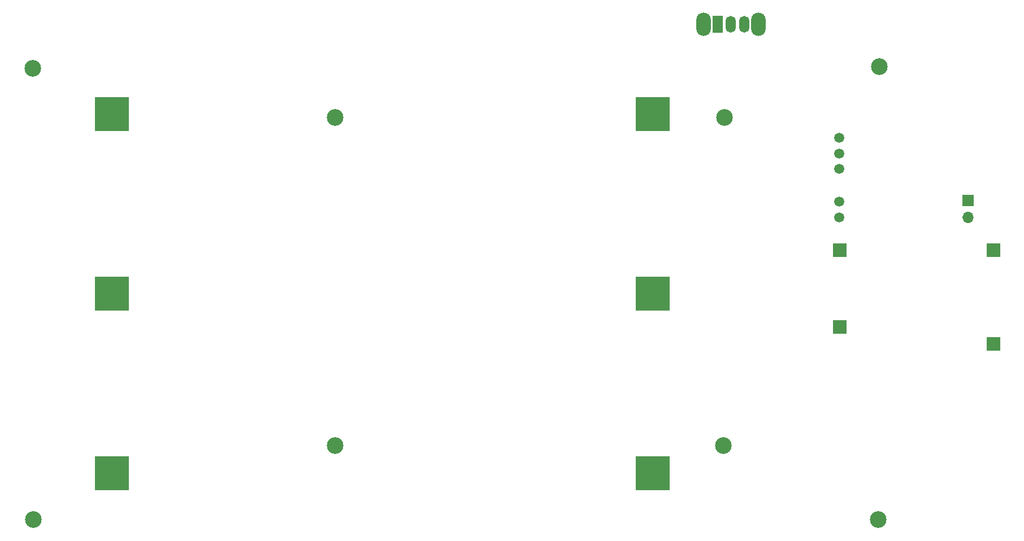
<source format=gbr>
%TF.GenerationSoftware,KiCad,Pcbnew,8.0.2*%
%TF.CreationDate,2024-06-19T11:28:36-04:00*%
%TF.ProjectId,StringsVR-Power,53747269-6e67-4735-9652-2d506f776572,rev?*%
%TF.SameCoordinates,Original*%
%TF.FileFunction,Soldermask,Bot*%
%TF.FilePolarity,Negative*%
%FSLAX46Y46*%
G04 Gerber Fmt 4.6, Leading zero omitted, Abs format (unit mm)*
G04 Created by KiCad (PCBNEW 8.0.2) date 2024-06-19 11:28:36*
%MOMM*%
%LPD*%
G01*
G04 APERTURE LIST*
G04 Aperture macros list*
%AMFreePoly0*
4,1,5,2.500000,-2.500000,-2.500000,-2.500000,-2.500000,2.500000,2.500000,2.500000,2.500000,-2.500000,2.500000,-2.500000,$1*%
%AMFreePoly1*
4,1,5,1.000000,-1.000000,-1.000000,-1.000000,-1.000000,1.000000,1.000000,1.000000,1.000000,-1.000000,1.000000,-1.000000,$1*%
G04 Aperture macros list end*
%ADD10C,2.500000*%
%ADD11FreePoly0,0.000000*%
%ADD12FreePoly1,180.000000*%
%ADD13C,1.500000*%
%ADD14O,2.200000X3.500000*%
%ADD15R,1.500000X2.500000*%
%ADD16O,1.500000X2.500000*%
%ADD17R,1.700000X1.700000*%
%ADD18O,1.700000X1.700000*%
G04 APERTURE END LIST*
D10*
%TO.C,H1*%
X183400000Y-73300000D03*
%TD*%
%TO.C,H1*%
X183286797Y-122500000D03*
%TD*%
%TO.C,H1*%
X125086797Y-122486797D03*
%TD*%
D11*
%TO.C,U3*%
X91700000Y-99700000D03*
X172700000Y-99700000D03*
%TD*%
%TO.C,U4*%
X91700000Y-126600000D03*
X172700000Y-126600000D03*
%TD*%
%TO.C,U2*%
X91700000Y-72800000D03*
X172700000Y-72800000D03*
%TD*%
D10*
%TO.C,H3*%
X79800000Y-65900000D03*
%TD*%
%TO.C,H3*%
X79886797Y-133600000D03*
%TD*%
%TO.C,H1*%
X125086797Y-73286797D03*
%TD*%
D12*
%TO.C,U1*%
X223700000Y-107200000D03*
X223700000Y-93200000D03*
X200700000Y-104660000D03*
X200700000Y-93200000D03*
%TD*%
D10*
%TO.C,H3*%
X206600000Y-65686797D03*
%TD*%
%TO.C,H1*%
X206500000Y-133600000D03*
%TD*%
D13*
%TO.C,U5*%
X200600000Y-76300000D03*
X200600000Y-78700000D03*
X200600000Y-81030000D03*
X200600000Y-85900000D03*
X200600000Y-88300000D03*
%TD*%
D14*
%TO.C,SW1*%
X180300000Y-59300000D03*
X188500000Y-59300000D03*
D15*
X182400000Y-59300000D03*
D16*
X184400000Y-59300000D03*
X186400000Y-59300000D03*
%TD*%
D17*
%TO.C,J1*%
X219900000Y-85700000D03*
D18*
X219900000Y-88240000D03*
%TD*%
M02*

</source>
